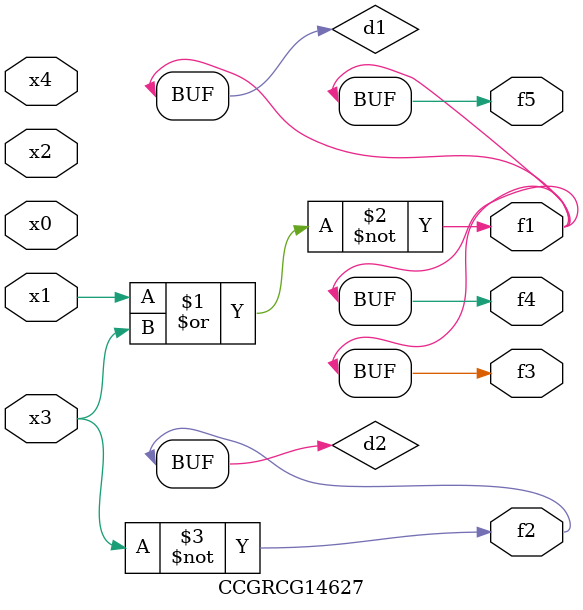
<source format=v>
module CCGRCG14627(
	input x0, x1, x2, x3, x4,
	output f1, f2, f3, f4, f5
);

	wire d1, d2;

	nor (d1, x1, x3);
	not (d2, x3);
	assign f1 = d1;
	assign f2 = d2;
	assign f3 = d1;
	assign f4 = d1;
	assign f5 = d1;
endmodule

</source>
